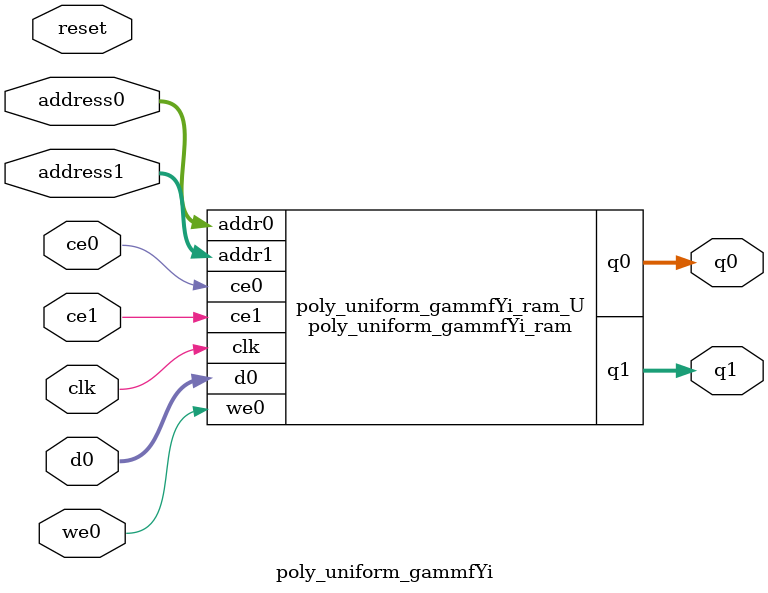
<source format=v>
`timescale 1 ns / 1 ps
module poly_uniform_gammfYi_ram (addr0, ce0, d0, we0, q0, addr1, ce1, q1,  clk);

parameter DWIDTH = 8;
parameter AWIDTH = 10;
parameter MEM_SIZE = 680;

input[AWIDTH-1:0] addr0;
input ce0;
input[DWIDTH-1:0] d0;
input we0;
output reg[DWIDTH-1:0] q0;
input[AWIDTH-1:0] addr1;
input ce1;
output reg[DWIDTH-1:0] q1;
input clk;

(* ram_style = "block" *)reg [DWIDTH-1:0] ram[0:MEM_SIZE-1];




always @(posedge clk)  
begin 
    if (ce0) begin
        if (we0) 
            ram[addr0] <= d0; 
        q0 <= ram[addr0];
    end
end


always @(posedge clk)  
begin 
    if (ce1) begin
        q1 <= ram[addr1];
    end
end


endmodule

`timescale 1 ns / 1 ps
module poly_uniform_gammfYi(
    reset,
    clk,
    address0,
    ce0,
    we0,
    d0,
    q0,
    address1,
    ce1,
    q1);

parameter DataWidth = 32'd8;
parameter AddressRange = 32'd680;
parameter AddressWidth = 32'd10;
input reset;
input clk;
input[AddressWidth - 1:0] address0;
input ce0;
input we0;
input[DataWidth - 1:0] d0;
output[DataWidth - 1:0] q0;
input[AddressWidth - 1:0] address1;
input ce1;
output[DataWidth - 1:0] q1;



poly_uniform_gammfYi_ram poly_uniform_gammfYi_ram_U(
    .clk( clk ),
    .addr0( address0 ),
    .ce0( ce0 ),
    .we0( we0 ),
    .d0( d0 ),
    .q0( q0 ),
    .addr1( address1 ),
    .ce1( ce1 ),
    .q1( q1 ));

endmodule


</source>
